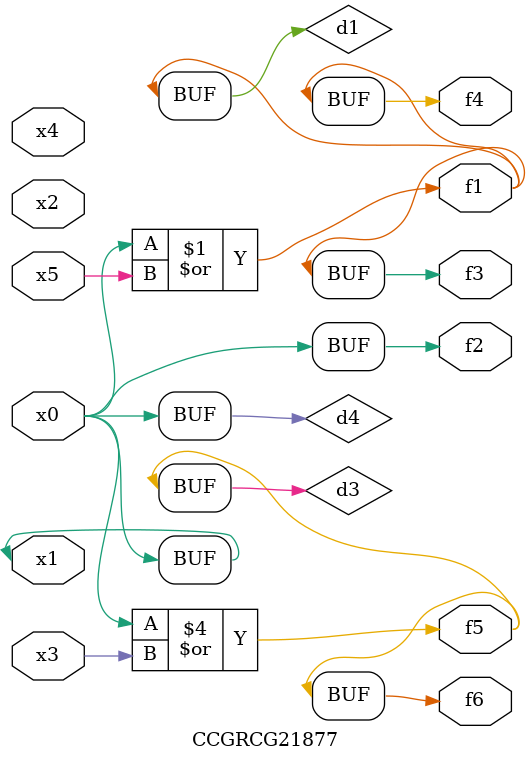
<source format=v>
module CCGRCG21877(
	input x0, x1, x2, x3, x4, x5,
	output f1, f2, f3, f4, f5, f6
);

	wire d1, d2, d3, d4;

	or (d1, x0, x5);
	xnor (d2, x1, x4);
	or (d3, x0, x3);
	buf (d4, x0, x1);
	assign f1 = d1;
	assign f2 = d4;
	assign f3 = d1;
	assign f4 = d1;
	assign f5 = d3;
	assign f6 = d3;
endmodule

</source>
